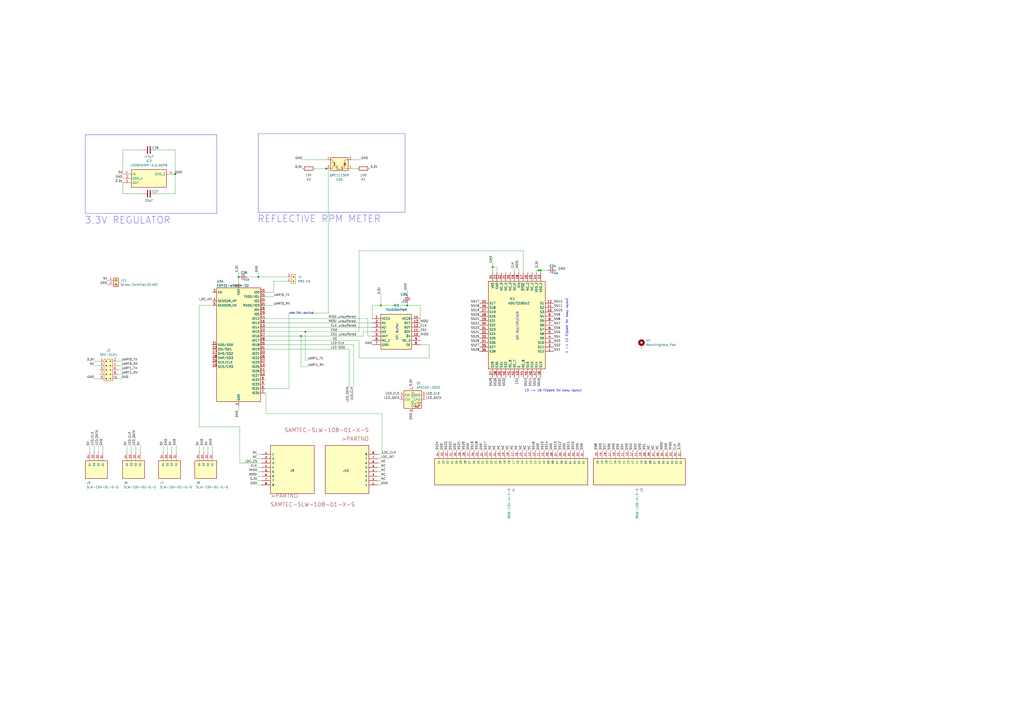
<source format=kicad_sch>
(kicad_sch (version 20230121) (generator eeschema)
  (paper "A2")
  (title_block (title "Rotor Platine") (date "2023-07-15"))
  (lib_symbols
    (symbol "ADG731BSUZ:ADG731BSUZ"
      (property "Reference" "IC" (at 39.37 15.24 0))
      (property "Value" "ADG731BSUZ" (at 39.37 12.7 0))
      (symbol "ADG731BSUZ_1_1"
        (rectangle (start 5.08 10.16) (end 38.1 -40.64) (stroke (width 0.254)) (fill (type background)))
        (pin passive line (at 0 0 0) (length 5.08) (name "S12") (number "1"))
        (pin passive line (at 0 -22.86 0) (length 5.08) (name "S3") (number "10"))
        (pin passive line (at 0 -25.4 0) (length 5.08) (name "S2") (number "11"))
        (pin passive line (at 0 -27.94 0) (length 5.08) (name "S1") (number "12"))
        (pin passive line (at 7.62 -45.72 90) (length 5.08) (name "VDD_1") (number "13"))
        (pin passive line (at 10.16 -45.72 90) (length 5.08) (name "VDD_2") (number "14"))
        (pin passive line (at 12.7 -45.72 90) (length 5.08) (name "NC_1") (number "15"))
        (pin passive line (at 15.24 -45.72 90) (length 5.08) (name "NC_2") (number "16"))
        (pin passive line (at 17.78 -45.72 90) (length 5.08) (name "~{SYNC}") (number "17"))
        (pin passive line (at 20.32 -45.72 90) (length 5.08) (name "DIN") (number "18"))
        (pin passive line (at 22.86 -45.72 90) (length 5.08) (name "SCLK") (number "19"))
        (pin passive line (at 0 -2.54 0) (length 5.08) (name "S11") (number "2"))
        (pin passive line (at 25.4 -45.72 90) (length 5.08) (name "NC_3") (number "20"))
        (pin passive line (at 27.94 -45.72 90) (length 5.08) (name "NC_4") (number "21"))
        (pin passive line (at 30.48 -45.72 90) (length 5.08) (name "NC_5") (number "22"))
        (pin passive line (at 33.02 -45.72 90) (length 5.08) (name "GND") (number "23"))
        (pin passive line (at 35.56 -45.72 90) (length 5.08) (name "VSS") (number "24"))
        (pin passive line (at 43.18 -27.94 180) (length 5.08) (name "S17") (number "25"))
        (pin passive line (at 43.18 -25.4 180) (length 5.08) (name "S18") (number "26"))
        (pin passive line (at 43.18 -22.86 180) (length 5.08) (name "S19") (number "27"))
        (pin passive line (at 43.18 -20.32 180) (length 5.08) (name "S20") (number "28"))
        (pin passive line (at 43.18 -17.78 180) (length 5.08) (name "S21") (number "29"))
        (pin passive line (at 0 -5.08 0) (length 5.08) (name "S10") (number "3"))
        (pin passive line (at 43.18 -15.24 180) (length 5.08) (name "S22") (number "30"))
        (pin passive line (at 43.18 -12.7 180) (length 5.08) (name "S23") (number "31"))
        (pin passive line (at 43.18 -10.16 180) (length 5.08) (name "S24") (number "32"))
        (pin passive line (at 43.18 -7.62 180) (length 5.08) (name "S25") (number "33"))
        (pin passive line (at 43.18 -5.08 180) (length 5.08) (name "S26") (number "34"))
        (pin passive line (at 43.18 -2.54 180) (length 5.08) (name "S27") (number "35"))
        (pin passive line (at 43.18 0 180) (length 5.08) (name "S28") (number "36"))
        (pin passive line (at 35.56 15.24 270) (length 5.08) (name "S29") (number "37"))
        (pin passive line (at 33.02 15.24 270) (length 5.08) (name "S30") (number "38"))
        (pin passive line (at 30.48 15.24 270) (length 5.08) (name "S31") (number "39"))
        (pin passive line (at 0 -7.62 0) (length 5.08) (name "S9") (number "4"))
        (pin passive line (at 27.94 15.24 270) (length 5.08) (name "S32") (number "40"))
        (pin passive line (at 25.4 15.24 270) (length 5.08) (name "NC_6") (number "41"))
        (pin passive line (at 22.86 15.24 270) (length 5.08) (name "NC_7") (number "42"))
        (pin passive line (at 20.32 15.24 270) (length 5.08) (name "D") (number "43"))
        (pin passive line (at 17.78 15.24 270) (length 5.08) (name "NC_8") (number "44"))
        (pin passive line (at 15.24 15.24 270) (length 5.08) (name "S16") (number "45"))
        (pin passive line (at 12.7 15.24 270) (length 5.08) (name "S15") (number "46"))
        (pin passive line (at 10.16 15.24 270) (length 5.08) (name "S14") (number "47"))
        (pin passive line (at 7.62 15.24 270) (length 5.08) (name "S13") (number "48"))
        (pin passive line (at 0 -10.16 0) (length 5.08) (name "S8") (number "5"))
        (pin passive line (at 0 -12.7 0) (length 5.08) (name "S7") (number "6"))
        (pin passive line (at 0 -15.24 0) (length 5.08) (name "S6") (number "7"))
        (pin passive line (at 0 -17.78 0) (length 5.08) (name "S5") (number "8"))
        (pin passive line (at 0 -20.32 0) (length 5.08) (name "S4") (number "9"))
      )
    )
    (symbol "BSW-120-X-X-S:BSW-120-X-X-S" (pin_names (offset 1.016))
      (property "Reference" "J" (at -8.12 27.94 0))
      (property "Value" "BSW-120-X-X-S" (at -7.62 -27.94 0))
      (symbol "BSW-120-X-X-S_0_0"
        (rectangle (start -7.62 -25.4) (end 7.62 27.94) (stroke (width 0.254)) (fill (type background)))
        (pin passive line (at -12.7 25.4 0) (length 5.08) (name "01") (number "01"))
        (pin passive line (at -12.7 22.86 0) (length 5.08) (name "02") (number "02"))
        (pin passive line (at -12.7 20.32 0) (length 5.08) (name "03") (number "03"))
        (pin passive line (at -12.7 17.78 0) (length 5.08) (name "04") (number "04"))
        (pin passive line (at -12.7 15.24 0) (length 5.08) (name "05") (number "05"))
        (pin passive line (at -12.7 12.7 0) (length 5.08) (name "06") (number "06"))
        (pin passive line (at -12.7 10.16 0) (length 5.08) (name "07") (number "07"))
        (pin passive line (at -12.7 7.62 0) (length 5.08) (name "08") (number "08"))
        (pin passive line (at -12.7 5.08 0) (length 5.08) (name "09") (number "09"))
        (pin passive line (at -12.7 2.54 0) (length 5.08) (name "10") (number "10"))
        (pin passive line (at -12.7 0 0) (length 5.08) (name "11") (number "11"))
        (pin passive line (at -12.7 -2.54 0) (length 5.08) (name "12") (number "12"))
        (pin passive line (at -12.7 -5.08 0) (length 5.08) (name "13") (number "13"))
        (pin passive line (at -12.7 -7.62 0) (length 5.08) (name "14") (number "14"))
        (pin passive line (at -12.7 -10.16 0) (length 5.08) (name "15") (number "15"))
        (pin passive line (at -12.7 -12.7 0) (length 5.08) (name "16") (number "16"))
        (pin passive line (at -12.7 -15.24 0) (length 5.08) (name "17") (number "17"))
        (pin passive line (at -12.7 -17.78 0) (length 5.08) (name "18") (number "18"))
        (pin passive line (at -12.7 -20.32 0) (length 5.08) (name "19") (number "19"))
        (pin passive line (at -12.7 -22.86 0) (length 5.08) (name "20") (number "20"))
      )
    )
    (symbol "BSW-134-X-X-S:BSW-134-X-X-S" (pin_names (offset 1.016))
      (property "Reference" "J" (at -8.12 45.72 0))
      (property "Value" "BSW-134-X-X-S" (at -7.62 -45.72 0))
      (symbol "BSW-134-X-X-S_0_0"
        (rectangle (start -7.62 -43.18) (end 7.62 45.72) (stroke (width 0.254)) (fill (type background)))
        (pin passive line (at -12.7 43.18 0) (length 5.08) (name "01") (number "01"))
        (pin passive line (at -12.7 40.64 0) (length 5.08) (name "02") (number "02"))
        (pin passive line (at -12.7 38.1 0) (length 5.08) (name "03") (number "03"))
        (pin passive line (at -12.7 35.56 0) (length 5.08) (name "04") (number "04"))
        (pin passive line (at -12.7 33.02 0) (length 5.08) (name "05") (number "05"))
        (pin passive line (at -12.7 30.48 0) (length 5.08) (name "06") (number "06"))
        (pin passive line (at -12.7 27.94 0) (length 5.08) (name "07") (number "07"))
        (pin passive line (at -12.7 25.4 0) (length 5.08) (name "08") (number "08"))
        (pin passive line (at -12.7 22.86 0) (length 5.08) (name "09") (number "09"))
        (pin passive line (at -12.7 20.32 0) (length 5.08) (name "10") (number "10"))
        (pin passive line (at -12.7 17.78 0) (length 5.08) (name "11") (number "11"))
        (pin passive line (at -12.7 15.24 0) (length 5.08) (name "12") (number "12"))
        (pin passive line (at -12.7 12.7 0) (length 5.08) (name "13") (number "13"))
        (pin passive line (at -12.7 10.16 0) (length 5.08) (name "14") (number "14"))
        (pin passive line (at -12.7 7.62 0) (length 5.08) (name "15") (number "15"))
        (pin passive line (at -12.7 5.08 0) (length 5.08) (name "16") (number "16"))
        (pin passive line (at -12.7 2.54 0) (length 5.08) (name "17") (number "17"))
        (pin passive line (at -12.7 0 0) (length 5.08) (name "18") (number "18"))
        (pin passive line (at -12.7 -2.54 0) (length 5.08) (name "19") (number "19"))
        (pin passive line (at -12.7 -5.08 0) (length 5.08) (name "20") (number "20"))
        (pin passive line (at -12.7 -7.62 0) (length 5.08) (name "21") (number "21"))
        (pin passive line (at -12.7 -10.16 0) (length 5.08) (name "22") (number "22"))
        (pin passive line (at -12.7 -12.7 0) (length 5.08) (name "23") (number "23"))
        (pin passive line (at -12.7 -15.24 0) (length 5.08) (name "24") (number "24"))
        (pin passive line (at -12.7 -17.78 0) (length 5.08) (name "25") (number "25"))
        (pin passive line (at -12.7 -20.32 0) (length 5.08) (name "26") (number "26"))
        (pin passive line (at -12.7 -22.86 0) (length 5.08) (name "27") (number "27"))
        (pin passive line (at -12.7 -25.4 0) (length 5.08) (name "28") (number "28"))
        (pin passive line (at -12.7 -27.94 0) (length 5.08) (name "29") (number "29"))
        (pin passive line (at -12.7 -30.48 0) (length 5.08) (name "30") (number "30"))
        (pin passive line (at -12.7 -33.02 0) (length 5.08) (name "31") (number "31"))
        (pin passive line (at -12.7 -35.56 0) (length 5.08) (name "32") (number "32"))
        (pin passive line (at -12.7 -38.1 0) (length 5.08) (name "33") (number "33"))
        (pin passive line (at -12.7 -40.64 0) (length 5.08) (name "34") (number "34"))
      )
    )
    (symbol "ConnectorZZ:Screw_Terminal_01x02" (pin_names (offset 1.016) hide)
      (property "Reference" "J" (at 0 2.54 0))
      (property "Value" "Screw_Terminal_01x02" (at 0 -5.08 0))
      (symbol "Screw_Terminal_01x02_1_1"
        (rectangle (start -1.27 1.27) (end 1.27 -3.81) (stroke (width 0.254)) (fill (type background)))
        (circle (center 0 -2.54) (radius 0.635) (stroke (width 0.1524)))
        (polyline (pts (xy -0.5334 -2.2098) (xy 0.3302 -3.048)) (stroke (width 0.1524)))
        (polyline (pts (xy -0.5334 0.3302) (xy 0.3302 -0.508)) (stroke (width 0.1524)))
        (polyline (pts (xy -0.3556 -2.032) (xy 0.508 -2.8702)) (stroke (width 0.1524)))
        (polyline (pts (xy -0.3556 0.508) (xy 0.508 -0.3302)) (stroke (width 0.1524)))
        (circle (center 0 0) (radius 0.635) (stroke (width 0.1524)))
        (pin passive line (at -5.08 0 0) (length 3.81) (name "Pin_1") (number "1"))
        (pin passive line (at -5.08 -2.54 0) (length 3.81) (name "Pin_2") (number "2"))
      )
    )
    (symbol "Device:C" (pin_numbers hide) (pin_names (offset 0.254))
      (property "Reference" "C" (at 0.635 2.54 0))
      (property "Value" "C" (at 0.635 -2.54 0))
      (symbol "C_0_1"
        (polyline (pts (xy -2.032 -0.762) (xy 2.032 -0.762)) (stroke (width 0.508)))
        (polyline (pts (xy -2.032 0.762) (xy 2.032 0.762)) (stroke (width 0.508)))
      )
      (symbol "C_1_1"
        (pin passive line (at 0 3.81 270) (length 2.794) (name "~") (number "1"))
        (pin passive line (at 0 -3.81 90) (length 2.794) (name "~") (number "2"))
      )
    )
    (symbol "Device:C_Small" (pin_numbers hide) (pin_names (offset 0.254) hide)
      (property "Reference" "C" (at 0.254 1.778 0))
      (property "Value" "C_Small" (at 0.254 -2.032 0))
      (symbol "C_Small_0_1"
        (polyline (pts (xy -1.524 -0.508) (xy 1.524 -0.508)) (stroke (width 0.3302)))
        (polyline (pts (xy -1.524 0.508) (xy 1.524 0.508)) (stroke (width 0.3048)))
      )
      (symbol "C_Small_1_1"
        (pin passive line (at 0 2.54 270) (length 2.032) (name "~") (number "1"))
        (pin passive line (at 0 -2.54 90) (length 2.032) (name "~") (number "2"))
      )
    )
    (symbol "Device:R" (pin_numbers hide) (pin_names (offset 0))
      (property "Reference" "R" (at 2.032 0 90))
      (property "Value" "R" (at 0 0 90))
      (symbol "R_0_1"
        (rectangle (start -1.016 -2.54) (end 1.016 2.54) (stroke (width 0.254)))
      )
      (symbol "R_1_1"
        (pin passive line (at 0 3.81 270) (length 1.27) (name "~") (number "1"))
        (pin passive line (at 0 -3.81 90) (length 1.27) (name "~") (number "2"))
      )
    )
    (symbol "LED:APA102-2020"
      (property "Reference" "D" (at 5.08 5.715 0))
      (property "Value" "APA102-2020" (at 1.27 -5.715 0))
      (symbol "APA102-2020_0_0"
        (text "RGB" (at 2.286 -4.191 0) (effects (font (size 0.762 0.762))))
      )
      (symbol "APA102-2020_0_1"
        (polyline (pts (xy 1.27 -3.556) (xy 1.778 -3.556)))
        (polyline (pts (xy 1.27 -2.54) (xy 1.778 -2.54)))
        (polyline (pts (xy 4.699 -3.556) (xy 2.667 -3.556)))
        (polyline (pts (xy 2.286 -2.54) (xy 1.27 -3.556) (xy 1.27 -3.048)))
        (polyline (pts (xy 2.286 -1.524) (xy 1.27 -2.54) (xy 1.27 -2.032)))
        (polyline (pts (xy 3.683 -1.016) (xy 3.683 -3.556) (xy 3.683 -4.064)))
        (polyline (pts (xy 4.699 -1.524) (xy 2.667 -1.524) (xy 3.683 -3.556) (xy 4.699 -1.524)))
        (rectangle (start 5.08 5.08) (end -5.08 -5.08) (stroke (width 0.254)) (fill (type background)))
      )
      (symbol "APA102-2020_1_1"
        (pin power_in line (at 0 7.62 270) (length 2.54) (name "VDD") (number "1"))
        (pin output line (at 7.62 0 180) (length 2.54) (name "CKO") (number "2"))
        (pin output line (at 7.62 2.54 180) (length 2.54) (name "SDO") (number "3"))
        (pin input line (at -7.62 2.54 0) (length 2.54) (name "SDI") (number "4"))
        (pin input line (at -7.62 0 0) (length 2.54) (name "CKI") (number "5"))
        (pin power_in line (at 0 -7.62 90) (length 2.54) (name "GND") (number "6"))
      )
    )
    (symbol "LM3940IMP-3_3_NOPB:LM3940IMP-3.3_NOPB"
      (property "Reference" "IC" (at 26.67 7.62 0))
      (property "Value" "LM3940IMP-3.3_NOPB" (at 26.67 5.08 0))
      (symbol "LM3940IMP-3.3_NOPB_1_1"
        (rectangle (start 5.08 2.54) (end 25.4 -7.62) (stroke (width 0.254)) (fill (type background)))
        (pin passive line (at 0 0 0) (length 5.08) (name "IN") (number "1"))
        (pin passive line (at 0 -2.54 0) (length 5.08) (name "GND_1") (number "2"))
        (pin passive line (at 0 -5.08 0) (length 5.08) (name "OUT") (number "3"))
        (pin passive line (at 30.48 0 180) (length 5.08) (name "GND_2") (number "4"))
      )
    )
    (symbol "Mechanical:MountingHole_Pad" (pin_numbers hide) (pin_names (offset 1.016) hide)
      (property "Reference" "H" (at 0 6.35 0))
      (property "Value" "MountingHole_Pad" (at 0 4.445 0))
      (symbol "MountingHole_Pad_0_1"
        (circle (center 0 1.27) (radius 1.27) (stroke (width 1.27)))
      )
      (symbol "MountingHole_Pad_1_1"
        (pin input line (at 0 -2.54 90) (length 2.54) (name "1") (number "1"))
      )
    )
    (symbol "RF_Module:ESP32-WROOM-32"
      (property "Reference" "U" (at -12.7 34.29 0))
      (property "Value" "ESP32-WROOM-32" (at 1.27 34.29 0))
      (symbol "ESP32-WROOM-32_0_1"
        (rectangle (start -12.7 33.02) (end 12.7 -33.02) (stroke (width 0.254)) (fill (type background)))
      )
      (symbol "ESP32-WROOM-32_1_1"
        (pin power_in line (at 0 -35.56 90) (length 2.54) (name "GND") (number "1"))
        (pin bidirectional line (at 15.24 -12.7 180) (length 2.54) (name "IO25") (number "10"))
        (pin bidirectional line (at 15.24 -15.24 180) (length 2.54) (name "IO26") (number "11"))
        (pin bidirectional line (at 15.24 -17.78 180) (length 2.54) (name "IO27") (number "12"))
        (pin bidirectional line (at 15.24 10.16 180) (length 2.54) (name "IO14") (number "13"))
        (pin bidirectional line (at 15.24 15.24 180) (length 2.54) (name "IO12") (number "14"))
        (pin passive line (at 0 -35.56 90) (length 2.54) hide (name "GND") (number "15"))
        (pin bidirectional line (at 15.24 12.7 180) (length 2.54) (name "IO13") (number "16"))
        (pin bidirectional line (at -15.24 -5.08 0) (length 2.54) (name "SHD/SD2") (number "17"))
        (pin bidirectional line (at -15.24 -7.62 0) (length 2.54) (name "SWP/SD3") (number "18"))
        (pin bidirectional line (at -15.24 -12.7 0) (length 2.54) (name "SCS/CMD") (number "19"))
        (pin power_in line (at 0 35.56 270) (length 2.54) (name "VDD") (number "2"))
        (pin bidirectional line (at -15.24 -10.16 0) (length 2.54) (name "SCK/CLK") (number "20"))
        (pin bidirectional line (at -15.24 0 0) (length 2.54) (name "SDO/SD0") (number "21"))
        (pin bidirectional line (at -15.24 -2.54 0) (length 2.54) (name "SDI/SD1") (number "22"))
        (pin bidirectional line (at 15.24 7.62 180) (length 2.54) (name "IO15") (number "23"))
        (pin bidirectional line (at 15.24 25.4 180) (length 2.54) (name "IO2") (number "24"))
        (pin bidirectional line (at 15.24 30.48 180) (length 2.54) (name "IO0") (number "25"))
        (pin bidirectional line (at 15.24 20.32 180) (length 2.54) (name "IO4") (number "26"))
        (pin bidirectional line (at 15.24 5.08 180) (length 2.54) (name "IO16") (number "27"))
        (pin bidirectional line (at 15.24 2.54 180) (length 2.54) (name "IO17") (number "28"))
        (pin bidirectional line (at 15.24 17.78 180) (length 2.54) (name "IO5") (number "29"))
        (pin input line (at -15.24 30.48 0) (length 2.54) (name "EN") (number "3"))
        (pin bidirectional line (at 15.24 0 180) (length 2.54) (name "IO18") (number "30"))
        (pin bidirectional line (at 15.24 -2.54 180) (length 2.54) (name "IO19") (number "31"))
        (pin no_connect line (at -12.7 -27.94 0) (length 2.54) hide (name "NC") (number "32"))
        (pin bidirectional line (at 15.24 -5.08 180) (length 2.54) (name "IO21") (number "33"))
        (pin bidirectional line (at 15.24 22.86 180) (length 2.54) (name "RXD0/IO3") (number "34"))
        (pin bidirectional line (at 15.24 27.94 180) (length 2.54) (name "TXD0/IO1") (number "35"))
        (pin bidirectional line (at 15.24 -7.62 180) (length 2.54) (name "IO22") (number "36"))
        (pin bidirectional line (at 15.24 -10.16 180) (length 2.54) (name "IO23") (number "37"))
        (pin passive line (at 0 -35.56 90) (length 2.54) hide (name "GND") (number "38"))
        (pin passive line (at 0 -35.56 90) (length 2.54) hide (name "GND") (number "39"))
        (pin input line (at -15.24 25.4 0) (length 2.54) (name "SENSOR_VP") (number "4"))
        (pin input line (at -15.24 22.86 0) (length 2.54) (name "SENSOR_VN") (number "5"))
        (pin input line (at 15.24 -25.4 180) (length 2.54) (name "IO34") (number "6"))
        (pin input line (at 15.24 -27.94 180) (length 2.54) (name "IO35") (number "7"))
        (pin bidirectional line (at 15.24 -20.32 180) (length 2.54) (name "IO32") (number "8"))
        (pin bidirectional line (at 15.24 -22.86 180) (length 2.54) (name "IO33") (number "9"))
      )
    )
    (symbol "SAMTEC-SLW-108-01-X-S:SAMTEC-SLW-108-01-X-S" (pin_names (offset 1.016))
      (property "Reference" "J" (at 0 5.08 0))
      (property "Value" "SAMTEC-SLW-108-01-X-S" (at 0 -27.94 0))
      (symbol "SAMTEC-SLW-108-01-X-S_0_0"
        (rectangle (start 0 -22.86) (end 25.4 5.08) (stroke (width 0.254)) (fill (type background)))
        (text ">PARTNO" (at 0 -25.4 0) (effects (font (size 2.286 2.286)) (justify left bottom)))
        (text "SAMTEC-SLW-108-01-X-S" (at 0 -30.48 0) (effects (font (size 2.286 2.286)) (justify left bottom)))
        (pin bidirectional line (at -5.08 0 0) (length 5.08) (name "1") (number "1"))
        (pin bidirectional line (at -5.08 -2.54 0) (length 5.08) (name "2") (number "2"))
        (pin bidirectional line (at -5.08 -5.08 0) (length 5.08) (name "3") (number "3"))
        (pin bidirectional line (at -5.08 -7.62 0) (length 5.08) (name "4") (number "4"))
        (pin bidirectional line (at -5.08 -10.16 0) (length 5.08) (name "5") (number "5"))
        (pin bidirectional line (at -5.08 -12.7 0) (length 5.08) (name "6") (number "6"))
        (pin bidirectional line (at -5.08 -15.24 0) (length 5.08) (name "7") (number "7"))
        (pin bidirectional line (at -5.08 -17.78 0) (length 5.08) (name "8") (number "8"))
      )
    )
    (symbol "SLW-104-01-G-S:SLW-104-01-G-S" (pin_names (offset 1.016))
      (property "Reference" "J" (at -5.08 5.842 0))
      (property "Value" "SLW-104-01-G-S" (at -5.08 -10.16 0))
      (symbol "SLW-104-01-G-S_0_0"
        (rectangle (start -5.08 -7.62) (end 5.08 5.08) (stroke (width 0.254)) (fill (type background)))
        (pin passive line (at -10.16 2.54 0) (length 5.08) (name "01") (number "01"))
        (pin passive line (at -10.16 0 0) (length 5.08) (name "02") (number "02"))
        (pin passive line (at -10.16 -2.54 0) (length 5.08) (name "03") (number "03"))
        (pin passive line (at -10.16 -5.08 0) (length 5.08) (name "04") (number "04"))
      )
    )
    (symbol "Sensor_Proximity:QRE1113GR" (pin_names (offset 0.0254) hide)
      (property "Reference" "U" (at -3.81 5.08 0))
      (property "Value" "QRE1113GR" (at 11.43 5.08 0))
      (symbol "QRE1113GR_0_1"
        (polyline (pts (xy -3.81 -0.635) (xy -2.54 -0.635)) (stroke (width 0.254)))
        (polyline (pts (xy -2.286 2.921) (xy -2.032 3.175)))
        (polyline (pts (xy -1.778 2.921) (xy -1.524 3.175)))
        (polyline (pts (xy -1.524 2.667) (xy -1.651 2.159)))
        (polyline (pts (xy -1.27 2.921) (xy -1.016 3.175)))
        (polyline (pts (xy -1.143 1.905) (xy -1.27 1.397)))
        (polyline (pts (xy -0.762 2.921) (xy -0.508 3.175)))
        (polyline (pts (xy -0.254 2.921) (xy 0 3.175)))
        (polyline (pts (xy 0.254 2.921) (xy 0.508 3.175)))
        (polyline (pts (xy 0.762 2.921) (xy 1.016 3.175)))
        (polyline (pts (xy 1.27 2.921) (xy 1.524 3.175)))
        (polyline (pts (xy 1.651 0.889) (xy 1.143 1.016)))
        (polyline (pts (xy 1.778 2.921) (xy -2.413 2.921)))
        (polyline (pts (xy 2.032 1.651) (xy 1.524 1.778)))
        (polyline (pts (xy 2.667 -0.127) (xy 3.81 -1.27)))
        (polyline (pts (xy 2.667 0.127) (xy 3.81 1.27)))
        (polyline (pts (xy -2.54 1.651) (xy -1.524 2.667) (xy -2.032 2.54)))
        (polyline (pts (xy -2.159 0.889) (xy -1.143 1.905) (xy -1.651 1.778)))
        (polyline (pts (xy 0.635 1.905) (xy 1.651 0.889) (xy 1.524 1.397)))
        (polyline (pts (xy 1.016 2.667) (xy 2.032 1.651) (xy 1.905 2.159)))
        (polyline (pts (xy 2.667 1.016) (xy 2.667 -1.016) (xy 2.667 -1.016)) (stroke (width 0.3556)))
        (polyline (pts (xy 3.81 -1.27) (xy 3.81 -2.54) (xy 5.08 -2.54)))
        (polyline (pts (xy 3.81 1.27) (xy 3.81 2.54) (xy 5.08 2.54)))
        (polyline (pts (xy -5.08 -2.54) (xy -3.175 -2.54) (xy -3.175 2.54) (xy -5.08 2.54)))
        (polyline (pts (xy -3.175 -0.635) (xy -3.81 0.635) (xy -2.54 0.635) (xy -3.175 -0.635)) (stroke (width 0.254)))
        (polyline (pts (xy 3.683 -1.143) (xy 3.429 -0.635) (xy 3.175 -0.889) (xy 3.683 -1.143)))
        (polyline (pts (xy -5.08 -3.81) (xy 5.08 -3.81) (xy 5.08 3.81) (xy -5.08 3.81) (xy -5.08 -3.81)) (stroke (width 0.254)) (fill (type background)))
      )
      (symbol "QRE1113GR_1_1"
        (pin passive line (at -7.62 2.54 0) (length 2.54) (name "A") (number "1"))
        (pin passive line (at -7.62 -2.54 0) (length 2.54) (name "K") (number "2"))
        (pin open_collector line (at 7.62 2.54 180) (length 2.54) (name "~") (number "3"))
        (pin open_emitter line (at 7.62 -2.54 180) (length 2.54) (name "~") (number "4"))
      )
    )
    (symbol "TXU0304PWR:TXU0304PWR"
      (property "Reference" "IC" (at 24.13 7.62 0))
      (property "Value" "TXU0304PWR" (at 24.13 5.08 0))
      (symbol "TXU0304PWR_1_1"
        (rectangle (start 5.08 2.54) (end 22.86 -17.78) (stroke (width 0.254)) (fill (type background)))
        (pin passive line (at 0 0 0) (length 5.08) (name "VCCA") (number "1"))
        (pin passive line (at 27.94 -10.16 180) (length 5.08) (name "B4") (number "10"))
        (pin passive line (at 27.94 -7.62 180) (length 5.08) (name "B3Y") (number "11"))
        (pin passive line (at 27.94 -5.08 180) (length 5.08) (name "B2Y") (number "12"))
        (pin passive line (at 27.94 -2.54 180) (length 5.08) (name "B1Y") (number "13"))
        (pin passive line (at 27.94 0 180) (length 5.08) (name "VCCB") (number "14"))
        (pin passive line (at 0 -2.54 0) (length 5.08) (name "A1") (number "2"))
        (pin passive line (at 0 -5.08 0) (length 5.08) (name "A2") (number "3"))
        (pin passive line (at 0 -7.62 0) (length 5.08) (name "A3") (number "4"))
        (pin passive line (at 0 -10.16 0) (length 5.08) (name "A4Y") (number "5"))
        (pin passive line (at 0 -12.7 0) (length 5.08) (name "NC_1") (number "6"))
        (pin passive line (at 0 -15.24 0) (length 5.08) (name "GND") (number "7"))
        (pin passive line (at 27.94 -15.24 180) (length 5.08) (name "OE") (number "8"))
        (pin passive line (at 27.94 -12.7 180) (length 5.08) (name "NC_2") (number "9"))
      )
    )
    (symbol "dk_Rectangular-Connectors-Headers-Male-Pins:22-23-2021" (pin_names (offset 1.016))
      (property "Reference" "J" (at -2.54 1.27 0))
      (property "Value" "22-23-2021" (at 1.27 -3.81 0))
      (symbol "22-23-2021_1_1"
        (rectangle (start -1.27 0) (end 3.81 -2.54) (fill (type background)))
        (rectangle (start -0.254 -1.143) (end 0.254 -1.651) (fill (type outline)))
        (rectangle (start 2.286 -1.143) (end 2.794 -1.651) (fill (type outline)))
        (pin passive line (at 0 2.54 270) (length 2.54) (name "~") (number "1"))
        (pin passive line (at 2.54 2.54 270) (length 2.54) (name "~") (number "2"))
      )
    )
    (symbol "dk_Rectangular-Connectors-Headers-Male-Pins:302-S101" (pin_names (offset 1.016))
      (property "Reference" "J" (at -2.54 7.62 0))
      (property "Value" "302-S101" (at 0 -7.62 0))
      (symbol "302-S101_1_1"
        (rectangle (start -2.54 6.35) (end 2.54 -6.35) (fill (type background)))
        (rectangle (start -1.524 -4.826) (end -1.016 -5.334) (fill (type outline)))
        (rectangle (start -1.524 -2.286) (end -1.016 -2.794) (fill (type outline)))
        (rectangle (start -1.524 0.254) (end -1.016 -0.254) (fill (type outline)))
        (rectangle (start -1.524 2.794) (end -1.016 2.286) (fill (type outline)))
        (rectangle (start -1.524 5.334) (end -1.016 4.826) (fill (type outline)))
        (rectangle (start 1.016 -4.826) (end 1.524 -5.334) (fill (type outline)))
        (rectangle (start 1.016 -2.286) (end 1.524 -2.794) (fill (type outline)))
        (rectangle (start 1.016 0.254) (end 1.524 -0.254) (fill (type outline)))
        (rectangle (start 1.016 2.794) (end 1.524 2.286) (fill (type outline)))
        (rectangle (start 1.016 5.334) (end 1.524 4.826) (fill (type outline)))
        (pin passive line (at -5.08 5.08 0) (length 2.54) (name "~") (number "1"))
        (pin passive line (at 5.08 -5.08 180) (length 2.54) (name "~") (number "10"))
        (pin passive line (at 5.08 5.08 180) (length 2.54) (name "~") (number "2"))
        (pin passive line (at -5.08 2.54 0) (length 2.54) (name "~") (number "3"))
        (pin passive line (at 5.08 2.54 180) (length 2.54) (name "~") (number "4"))
        (pin passive line (at -5.08 0 0) (length 2.54) (name "~") (number "5"))
        (pin passive line (at 5.08 0 180) (length 2.54) (name "~") (number "6"))
        (pin passive line (at -5.08 -2.54 0) (length 2.54) (name "~") (number "7"))
        (pin passive line (at 5.08 -2.54 180) (length 2.54) (name "~") (number "8"))
        (pin passive line (at -5.08 -5.08 0) (length 2.54) (name "~") (number "9"))
      )
    )
  )
  (junction (at 220.98 177.165))
  (junction (at 174.625 194.945))
  (junction (at 236.22 177.165))
  (junction (at 138.43 160.655))
  (junction (at 189.23 97.79))
  (junction (at 149.86 160.655))
  (junction (at 312.42 156.845))
  (junction (at 177.165 192.405))
  (junction (at 313.69 156.845))
  (junction (at 285.75 154.94))
  (junction (at 101.6 100.965))
  (wire (pts (xy 210.82 192.405) (xy 215.9 192.405)))
  (wire (pts (xy 149.225 281.305) (xy 151.765 281.305)))
  (wire (pts (xy 143.51 160.655) (xy 149.86 160.655)))
  (wire (pts (xy 243.84 200.025) (xy 248.92 200.025)))
  (wire (pts (xy 208.28 207.645) (xy 208.28 197.485)))
  (wire (pts (xy 67.945 214.63) (xy 70.485 214.63)))
  (wire (pts (xy 177.165 192.405) (xy 208.28 192.405)))
  (wire (pts (xy 210.82 194.945) (xy 210.82 192.405)))
  (wire (pts (xy 149.225 278.765) (xy 151.765 278.765)))
  (wire (pts (xy 221.615 263.525) (xy 219.075 263.525)))
  (wire (pts (xy 67.945 212.09) (xy 70.485 212.09)))
  (wire (pts (xy 99.695 258.445) (xy 99.695 262.255)))
  (wire (pts (xy 94.615 258.445) (xy 94.615 262.255)))
  (wire (pts (xy 153.67 187.325) (xy 215.9 187.325)))
  (wire (pts (xy 215.9 194.945) (xy 213.36 194.945)))
  (wire (pts (xy 323.85 156.845) (xy 322.58 156.845)))
  (wire (pts (xy 115.57 258.445) (xy 115.57 262.255)))
  (wire (pts (xy 220.98 271.145) (xy 219.075 271.145)))
  (wire (pts (xy 76.2 258.445) (xy 76.2 262.255)))
  (wire (pts (xy 248.92 207.645) (xy 208.28 207.645)))
  (wire (pts (xy 54.61 219.71) (xy 57.785 219.71)))
  (wire (pts (xy 313.69 156.845) (xy 313.69 158.115)))
  (wire (pts (xy 153.67 200.025) (xy 205.105 200.025)))
  (wire (pts (xy 138.43 160.655) (xy 138.43 164.465)))
  (wire (pts (xy 220.98 268.605) (xy 219.075 268.605)))
  (wire (pts (xy 78.74 258.445) (xy 78.74 262.255)))
  (wire (pts (xy 101.6 86.995) (xy 101.6 100.965)))
  (wire (pts (xy 149.225 266.065) (xy 151.765 266.065)))
  (wire (pts (xy 54.61 258.445) (xy 54.61 262.255)))
  (wire (pts (xy 158.75 169.545) (xy 153.67 169.545)))
  (wire (pts (xy 71.12 112.395) (xy 82.55 112.395)))
  (wire (pts (xy 153.67 202.565) (xy 202.565 202.565)))
  (wire (pts (xy 138.43 235.585) (xy 138.43 238.125)))
  (wire (pts (xy 90.17 112.395) (xy 101.6 112.395)))
  (wire (pts (xy 311.15 156.845) (xy 311.15 158.115)))
  (wire (pts (xy 303.53 145.415) (xy 303.53 158.115)))
  (wire (pts (xy 220.98 266.065) (xy 219.075 266.065)))
  (wire (pts (xy 149.225 273.685) (xy 151.765 273.685)))
  (wire (pts (xy 149.86 160.655) (xy 166.37 160.655)))
  (wire (pts (xy 73.66 258.445) (xy 73.66 262.255)))
  (wire (pts (xy 167.64 181.61) (xy 190.5 181.61)))
  (wire (pts (xy 149.225 271.145) (xy 151.765 271.145)))
  (wire (pts (xy 71.12 100.965) (xy 71.12 86.995)))
  (wire (pts (xy 115.57 177.165) (xy 115.57 247.65)))
  (wire (pts (xy 178.435 212.725) (xy 174.625 212.725)))
  (wire (pts (xy 207.01 97.79) (xy 204.47 97.79)))
  (wire (pts (xy 54.61 212.09) (xy 57.785 212.09)))
  (wire (pts (xy 190.5 97.79) (xy 189.23 97.79)))
  (wire (pts (xy 190.5 97.79) (xy 190.5 181.61)))
  (wire (pts (xy 311.15 156.845) (xy 312.42 156.845)))
  (wire (pts (xy 236.22 168.275) (xy 236.22 170.815)))
  (wire (pts (xy 248.92 200.025) (xy 248.92 207.645)))
  (wire (pts (xy 67.945 217.17) (xy 70.485 217.17)))
  (wire (pts (xy 123.19 177.165) (xy 115.57 177.165)))
  (wire (pts (xy 167.64 181.61) (xy 167.64 225.425)))
  (wire (pts (xy 70.485 219.71) (xy 67.945 219.71)))
  (wire (pts (xy 153.67 172.085) (xy 158.75 172.085)))
  (wire (pts (xy 220.98 177.165) (xy 236.22 177.165)))
  (wire (pts (xy 202.565 224.155) (xy 202.565 202.565)))
  (wire (pts (xy 182.88 97.79) (xy 189.23 97.79)))
  (wire (pts (xy 71.12 86.995) (xy 82.55 86.995)))
  (wire (pts (xy 209.55 92.71) (xy 204.47 92.71)))
  (wire (pts (xy 154.305 227.965) (xy 153.67 227.965)))
  (wire (pts (xy 236.22 177.165) (xy 243.84 177.165)))
  (wire (pts (xy 153.67 177.165) (xy 158.75 177.165)))
  (wire (pts (xy 288.29 154.94) (xy 288.29 158.115)))
  (wire (pts (xy 149.86 158.115) (xy 149.86 160.655)))
  (wire (pts (xy 115.57 247.65) (xy 139.065 247.65)))
  (wire (pts (xy 220.98 273.685) (xy 219.075 273.685)))
  (wire (pts (xy 300.99 155.575) (xy 300.99 158.115)))
  (wire (pts (xy 313.69 156.845) (xy 317.5 156.845)))
  (wire (pts (xy 158.75 163.195) (xy 166.37 163.195)))
  (wire (pts (xy 101.6 112.395) (xy 101.6 100.965)))
  (wire (pts (xy 102.235 258.445) (xy 102.235 262.255)))
  (wire (pts (xy 213.36 194.945) (xy 213.36 184.785)))
  (wire (pts (xy 312.42 155.575) (xy 312.42 156.845)))
  (wire (pts (xy 59.69 258.445) (xy 59.69 262.255)))
  (wire (pts (xy 90.17 86.995) (xy 101.6 86.995)))
  (wire (pts (xy 149.225 276.225) (xy 151.765 276.225)))
  (wire (pts (xy 221.615 240.03) (xy 221.615 263.525)))
  (wire (pts (xy 81.28 258.445) (xy 81.28 262.255)))
  (wire (pts (xy 175.26 92.71) (xy 189.23 92.71)))
  (wire (pts (xy 220.98 278.765) (xy 219.075 278.765)))
  (wire (pts (xy 243.84 184.785) (xy 243.84 177.165)))
  (wire (pts (xy 57.15 258.445) (xy 57.15 262.255)))
  (wire (pts (xy 205.105 200.025) (xy 205.105 224.155)))
  (wire (pts (xy 120.65 258.445) (xy 120.65 262.255)))
  (wire (pts (xy 97.155 258.445) (xy 97.155 262.255)))
  (wire (pts (xy 139.065 247.65) (xy 139.065 268.605)))
  (wire (pts (xy 215.9 177.165) (xy 215.9 184.785)))
  (wire (pts (xy 174.625 194.945) (xy 210.82 194.945)))
  (wire (pts (xy 312.42 156.845) (xy 313.69 156.845)))
  (wire (pts (xy 153.67 184.785) (xy 213.36 184.785)))
  (wire (pts (xy 158.75 163.195) (xy 158.75 169.545)))
  (wire (pts (xy 139.065 268.605) (xy 151.765 268.605)))
  (wire (pts (xy 220.98 170.815) (xy 220.98 177.165)))
  (wire (pts (xy 220.98 281.305) (xy 219.075 281.305)))
  (wire (pts (xy 174.625 212.725) (xy 174.625 194.945)))
  (wire (pts (xy 285.75 154.94) (xy 288.29 154.94)))
  (wire (pts (xy 285.75 152.4) (xy 285.75 154.94)))
  (wire (pts (xy 153.67 225.425) (xy 167.64 225.425)))
  (wire (pts (xy 67.945 209.55) (xy 70.485 209.55)))
  (wire (pts (xy 153.67 192.405) (xy 177.165 192.405)))
  (wire (pts (xy 123.19 258.445) (xy 123.19 262.255)))
  (wire (pts (xy 215.9 177.165) (xy 220.98 177.165)))
  (wire (pts (xy 138.43 158.115) (xy 138.43 160.655)))
  (wire (pts (xy 236.22 177.165) (xy 236.22 175.895)))
  (wire (pts (xy 153.67 197.485) (xy 208.28 197.485)))
  (wire (pts (xy 208.28 192.405) (xy 208.28 145.415)))
  (wire (pts (xy 298.45 155.575) (xy 298.45 158.115)))
  (wire (pts (xy 52.07 258.445) (xy 52.07 262.255)))
  (wire (pts (xy 208.28 145.415) (xy 303.53 145.415)))
  (wire (pts (xy 153.67 189.865) (xy 215.9 189.865)))
  (wire (pts (xy 118.11 258.445) (xy 118.11 262.255)))
  (wire (pts (xy 149.225 263.525) (xy 151.765 263.525)))
  (wire (pts (xy 285.75 154.94) (xy 285.75 158.115)))
  (wire (pts (xy 154.305 240.03) (xy 221.615 240.03)))
  (wire (pts (xy 71.12 106.045) (xy 71.12 112.395)))
  (wire (pts (xy 220.98 276.225) (xy 219.075 276.225)))
  (wire (pts (xy 154.305 240.03) (xy 154.305 227.965)))
  (wire (pts (xy 177.165 208.915) (xy 178.435 208.915)))
  (wire (pts (xy 54.61 209.55) (xy 57.785 209.55)))
  (wire (pts (xy 153.67 194.945) (xy 174.625 194.945)))
  (wire (pts (xy 177.165 208.915) (xy 177.165 192.405)))
  (rectangle (start 149.86 77.47) (end 234.95 123.19))
  (rectangle (start 49.53 78.105) (end 125.73 123.825))
  (text "SPI MULTIPLEXER\n" (at 300.99 197.485 90) (effects (font (size 1.27 1.27)) (justify left bottom)))
  (text "REFLECTIVE RPM METER\n\n" (at 220.98 135.89 0) (effects (font (size 4 4)) (justify right bottom)))
  (text "1 -> 12 flipped for easy layout" (at 329.565 205.105 90) (effects (font (size 1.27 1.27)) (justify left bottom)))
  (text "13 -> 16 flipped for easy layout" (at 304.165 227.33 0) (effects (font (size 1.27 1.27)) (justify left bottom)))
  (text "use int. pullup" (at 167.64 182.245 0) (effects (font (size 1.27 1.27)) (justify left bottom)))
  (text "3,3V REGULATOR\n" (at 99.06 130.175 0) (effects (font (size 4 4)) (justify right bottom)))
  (text "SPI Buffer" (at 231.14 197.485 90) (effects (font (size 1.27 1.27)) (justify left bottom)))
  (label "NC" (at 307.975 260.985 90))
  (label "NC" (at 220.98 271.145 0))
  (label "SS22" (at 262.255 260.985 90))
  (label "LED_CLK" (at 231.775 229.235 180))
  (label "CS1" (at 300.99 219.075 270))
  (label "GND" (at 239.395 239.395 270))
  (label "SS6" (at 321.31 191.135 0))
  (label "3.3V" (at 239.395 224.155 90))
  (label "NC" (at 300.355 260.985 90))
  (label "CLK" (at 243.84 189.865 0))
  (label "UART1_RX" (at 178.435 212.725 0))
  (label "SS9" (at 338.455 260.985 90))
  (label "GND" (at 372.11 260.985 90))
  (label "GND" (at 257.175 260.985 90))
  (label "SS11" (at 321.31 178.435 0))
  (label "GND" (at 220.98 281.305 0))
  (label "3.3V" (at 149.225 278.765 180))
  (label "GND" (at 175.26 92.71 180))
  (label "GND" (at 101.6 100.965 0))
  (label "GND" (at 323.85 156.845 0))
  (label "SS4" (at 321.31 196.215 0))
  (label "NC" (at 149.225 263.525 180))
  (label "LED_DATA" (at 57.15 258.445 90))
  (label "CS0" (at 191.77 192.405 0))
  (label "CLK" (at 392.43 260.985 90))
  (label "3.3V" (at 214.63 97.79 0))
  (label "SS22" (at 278.13 188.595 180))
  (label "NC" (at 290.195 260.985 90))
  (label "NC" (at 382.27 260.985 90))
  (label "NC" (at 377.19 260.985 90))
  (label "GND" (at 215.9 200.025 180))
  (label "SS31" (at 290.83 219.075 270))
  (label "GND" (at 149.225 281.305 180))
  (label "3.3V" (at 71.12 106.045 180))
  (label "NC" (at 220.98 273.685 0))
  (label "SS32" (at 293.37 219.075 270))
  (label "5V" (at 54.61 212.09 180))
  (label "NC" (at 379.73 260.985 90))
  (label "LDC_INT" (at 123.19 174.625 180))
  (label "SS27" (at 278.13 201.295 180))
  (label "GND" (at 320.675 260.985 90))
  (label "LED_DATA" (at 202.565 224.155 270))
  (label "UART1_TX" (at 178.435 208.915 0))
  (label "SS18" (at 277.495 260.985 90))
  (label "MOSI unbuffered" (at 190.5 187.325 0))
  (label "CS1" (at 243.84 192.405 0))
  (label "LED CLK" (at 191.77 200.025 0))
  (label "SS18" (at 278.13 178.435 180))
  (label "OE" (at 193.04 197.485 0))
  (label "SS15" (at 311.15 219.075 270))
  (label "UART0_RX" (at 158.75 177.165 0))
  (label "GND" (at 123.19 258.445 90))
  (label "SS3" (at 367.03 260.985 90))
  (label "GND" (at 328.295 260.985 90))
  (label "UART1_RX" (at 70.485 217.17 0))
  (label "MISO" (at 243.84 194.945 0))
  (label "SS13" (at 323.215 260.985 90))
  (label "SS1" (at 374.65 260.985 90))
  (label "GND" (at 335.915 260.985 90))
  (label "SS8" (at 321.31 186.055 0))
  (label "CLK" (at 298.45 155.575 90))
  (label "GND" (at 138.43 238.125 270))
  (label "LED_DATA" (at 247.015 231.775 0))
  (label "SS21" (at 278.13 186.055 180))
  (label "SS17" (at 278.13 175.895 180))
  (label "MOSI" (at 384.81 260.985 90))
  (label "MISO unbuffered" (at 190.5 184.785 0))
  (label "3.3V" (at 394.97 260.985 90))
  (label "5V" (at 52.07 258.445 90))
  (label "GND" (at 285.75 152.4 90))
  (label "GND" (at 71.12 103.505 180))
  (label "SS7" (at 321.31 188.595 0))
  (label "SS19" (at 274.955 260.985 90))
  (label "SS5" (at 359.41 260.985 90))
  (label "SS5" (at 321.31 193.675 0))
  (label "SS14" (at 318.135 260.985 90))
  (label "CLK unbuffered" (at 191.77 189.865 0))
  (label "SS12" (at 321.31 175.895 0))
  (label "LED_DATA" (at 231.775 231.775 180))
  (label "3.3V" (at 220.98 170.815 90))
  (label "SS24" (at 254.635 260.985 90))
  (label "SS10" (at 333.375 260.985 90))
  (label "5V" (at 115.57 258.445 90))
  (label "SS10" (at 321.31 180.975 0))
  (label "GND" (at 280.035 260.985 90))
  (label "SS13" (at 306.07 219.075 270))
  (label "MISO" (at 389.89 260.985 90))
  (label "MISO" (at 149.225 273.685 180))
  (label "SS12" (at 325.755 260.985 90))
  (label "SS19" (at 278.13 180.975 180))
  (label "MOSI" (at 149.225 276.225 180))
  (label "5V" (at 99.695 258.445 90))
  (label "UART1_TX" (at 70.485 214.63 0))
  (label "SS8" (at 346.71 260.985 90))
  (label "SS23" (at 259.715 260.985 90))
  (label "3.3V" (at 138.43 158.115 90))
  (label "GND" (at 70.485 219.71 0))
  (label "SS15" (at 315.595 260.985 90))
  (label "GND" (at 264.795 260.985 90))
  (label "SS20" (at 278.13 183.515 180))
  (label "SS17" (at 282.575 260.985 90))
  (label "SS2" (at 321.31 201.295 0))
  (label "NC" (at 285.115 260.985 90))
  (label "NC" (at 220.98 268.605 0))
  (label "SS26" (at 278.13 198.755 180))
  (label "GND" (at 272.415 260.985 90))
  (label "GND" (at 149.86 158.115 90))
  (label "SS7" (at 351.79 260.985 90))
  (label "SS4" (at 361.95 260.985 90))
  (label "UART0_RX" (at 70.485 212.09 0))
  (label "SS28" (at 278.13 203.835 180))
  (label "3.3V" (at 175.26 97.79 180))
  (label "SS23" (at 278.13 191.135 180))
  (label "GND" (at 102.235 258.445 90))
  (label "LED_CLK" (at 76.2 258.445 90))
  (label "5V" (at 73.66 258.445 90))
  (label "GND" (at 364.49 260.985 90))
  (label "SS30" (at 288.29 219.075 270))
  (label "LED_CLK" (at 247.015 229.235 0))
  (label "NC" (at 149.225 266.065 180))
  (label "GND" (at 62.23 165.1 180))
  (label "MOSI" (at 300.99 155.575 90))
  (label "5V" (at 71.12 100.965 180))
  (label "GND" (at 387.35 260.985 90))
  (label "SS16" (at 310.515 260.985 90))
  (label "NC" (at 287.655 260.985 90))
  (label "LED_CLK" (at 205.105 224.155 270))
  (label "SS25" (at 278.13 196.215 180))
  (label "5V" (at 62.23 162.56 180))
  (label "SS9" (at 321.31 183.515 0))
  (label "SS6" (at 354.33 260.985 90))
  (label "MOSI" (at 243.84 187.325 0))
  (label "SS11" (at 330.835 260.985 90))
  (label "LDC_CLK" (at 221.615 263.525 0))
  (label "NC" (at 220.98 276.225 0))
  (label "LED_DATA" (at 78.74 258.445 90))
  (label "GND" (at 118.11 258.445 90))
  (label "LED_CLK" (at 54.61 258.445 90))
  (label "SS3" (at 321.31 198.755 0))
  (label "3.3V" (at 312.42 155.575 90))
  (label "LED SDO" (at 191.77 202.565 0))
  (label "SS14" (at 308.61 219.075 270))
  (label "5V" (at 94.615 258.445 90))
  (label "UART0_TX" (at 70.485 209.55 0))
  (label "5V" (at 81.28 258.445 90))
  (label "NC" (at 295.275 260.985 90))
  (label "GND" (at 59.69 258.445 90))
  (label "LDC_INT" (at 220.98 266.065 0))
  (label "CS1 unbuffered" (at 191.77 194.945 0))
  (label "SS21" (at 267.335 260.985 90))
  (label "SS16" (at 313.69 219.075 270))
  (label "CLK" (at 149.225 271.145 180))
  (label "GND" (at 97.155 258.445 90))
  (label "GND" (at 356.87 260.985 90))
  (label "UART0_TX" (at 158.75 172.085 0))
  (label "5V" (at 120.65 258.445 90))
  (label "NC" (at 297.815 260.985 90))
  (label "SS24" (at 278.13 193.675 180))
  (label "NC" (at 305.435 260.985 90))
  (label "SS2" (at 369.57 260.985 90))
  (label "NC" (at 220.98 278.765 0))
  (label "NC" (at 292.735 260.985 90))
  (label "NC" (at 302.895 260.985 90))
  (label "GND" (at 209.55 92.71 0))
  (label "SS20" (at 269.875 260.985 90))
  (label "LDC_CS" (at 149.225 268.605 180))
  (label "GND" (at 54.61 219.71 180))
  (label "3.3V" (at 54.61 209.55 180))
  (label "SS29" (at 285.75 219.075 270))
  (label "SS1" (at 321.31 203.835 0))
  (label "GND" (at 313.055 260.985 90))
  (label "GND" (at 349.25 260.985 90))
  (label "GND" (at 236.22 168.275 90))
  (symbol (lib_id "TXU0304PWR:TXU0304PWR") (at 215.9 184.785 0) (unit 1)
    (property "Reference" "IC2" (at 229.87 177.165 0))
    (property "Value" "TXU0304PWR" (at 229.87 179.705 0))
    (property "Footprint" "Package_SO:TSSOP-14_4.4x5mm_P0.65mm" (effects hide))
    (property "Datasheet" "https://www.ti.com/lit/ds/symlink/txu0304.pdf?ts=1627717511667&ref_url=https%253A%252F%252Fwww.ti.com%252Fproduct%252FTXU0304" (effects hide))
    (property "Height" "1.2" (effects hide))
    (property "Manufacturer_Name" "Texas Instruments" (effects hide))
    (property "Manufacturer_Part_Number" "TXU0304PWR" (effects hide))
    (property "Mouser Part Number" "595-TXU0304PWR" (effects hide))
    (property "Mouser Price/Stock" "https://www.mouser.co.uk/ProductDetail/Texas-Instruments/TXU0304PWR?qs=QNEnbhJQKvZVYXIKZoXs0A%3D%3D" (effects hide))
    (property "Arrow Part Number" "TXU0304PWR" (effects hide))
    (property "Arrow Price/Stock" "https://www.arrow.com/en/products/txu0304pwr/texas-instruments?region=nac" (effects hide))
  )
  (symbol (lib_id "SAMTEC-SLW-108-01-X-S:SAMTEC-SLW-108-01-X-S") (at 156.845 263.525 0) (unit 1)
    (property "Reference" "J9" (at 168.275 273.05 0) (effects (justify left)))
    (property "Value" "SAMTEC-SLW-108-01-X-S" (effects hide))
    (property "Footprint" "Own_Library:SAMTEC-SLW-108-01-X-S" (effects hide))
  )
  (symbol (lib_id "Mechanical:MountingHole_Pad") (at 372.11 200.025 0) (unit 1)
    (property "Reference" "H1" (at 374.65 197.485 0) (effects (justify left)))
    (property "Value" "MountingHole_Pad" (at 374.65 200.025 0) (effects (justify left)))
    (property "Footprint" "MountingHole:MountingHole_4.3mm_M4_ISO7380_Pad_TopBottom" (effects hide))
  )
  (symbol (lib_id "Device:R") (at 179.07 97.79 270) (unit 1)
    (property "Reference" "R2" (at 179.07 104.14 90))
    (property "Value" "10K" (at 179.07 101.6 90))
    (property "Footprint" "Resistor_SMD:R_0402_1005Metric" (effects hide))
  )
  (symbol (lib_id "LM3940IMP-3_3_NOPB:LM3940IMP-3.3_NOPB") (at 71.12 100.965 0) (unit 1)
    (property "Reference" "IC3" (at 86.36 93.345 0))
    (property "Value" "LM3940IMP-3.3_NOPB" (at 86.36 95.885 0))
    (property "Footprint" "Package_TO_SOT_SMD:SOT-223" (effects hide))
    (property "Datasheet" "http://www.ti.com/lit/ds/symlink/lm3940.pdf" (effects hide))
    (property "Height" "1.8" (effects hide))
    (property "Manufacturer_Name" "Texas Instruments" (effects hide))
    (property "Manufacturer_Part_Number" "LM3940IMP-3.3/NOPB" (effects hide))
    (property "Mouser Part Number" "926-LM3940IMP3.3NOPB" (effects hide))
    (property "Mouser Price/Stock" "https://www.mouser.co.uk/ProductDetail/Texas-Instruments/LM3940IMP-3.3-NOPB?qs=QbsRYf82W3EIVCEt3IRFTQ%3D%3D" (effects hide))
    (property "Arrow Part Number" "LM3940IMP-3.3/NOPB" (effects hide))
    (property "Arrow Price/Stock" "https://www.arrow.com/en/products/lm3940imp-3.3nopb/texas-instruments?region=nac" (effects hide))
  )
  (symbol (lib_id "SLW-104-01-G-S:SLW-104-01-G-S") (at 120.65 272.415 270) (unit 1)
    (property "Reference" "J8" (at 113.665 280.035 90) (effects (justify left)))
    (property "Value" "SLW-104-01-G-S" (at 113.665 282.575 90) (effects (justify left)))
    (property "Footprint" "Own_Library:SAMTEC_SLW-104-01-G-S" (effects hide))
    (property "PARTREV" "B" (effects hide))
    (property "SNAPEDA_PN" "SLW-104-01-T-S" (effects hide))
    (property "STANDARD" "Manufactuer Recommendations" (effects hide))
    (property "MAXIMUM_PACKAGE_HEIGHT" "4.57mm" (effects hide))
    (property "MANUFACTURER" "Samtec" (effects hide))
  )
  (symbol (lib_id "BSW-134-X-X-S:BSW-134-X-X-S") (at 295.275 273.685 270) (unit 1)
    (property "Reference" "J4" (at 297.815 283.21 0) (effects (justify left)))
    (property "Value" "BSW-134-X-X-S" (at 295.275 283.21 0) (effects (justify left)))
    (property "Footprint" "Own_Library:SAMTEC_BSW-134-X-X-S" (effects hide))
    (property "MF" "Samtec" (effects hide))
    (property "Purchase-URL" "https://pricing.snapeda.com/search/part/BSW-134-X-X-S/?ref=eda" (effects hide))
    (property "Package" "None" (effects hide))
    (property "Price" "None" (effects hide))
    (property "MP" "BSW-134-X-X-S" (effects hide))
    (property "Availability" "Bad" (effects hide))
    (property "Description" "34 Position Receptacle, Breakaway Connector 0.100 (2.54mm) Through Hole, Bottom Mount Gold" (effects hide))
  )
  (symbol (lib_id "dk_Rectangular-Connectors-Headers-Male-Pins:302-S101") (at 62.865 214.63 0) (unit 1)
    (property "Reference" "J2" (at 62.865 203.2 0))
    (property "Value" "302-S101" (at 62.865 205.74 0))
    (property "Footprint" "digikey-footprints:PinHeader_2x5_P2.54mm_Drill1.2mm" (effects hide))
    (property "Datasheet" "http://www.on-shore.com/wp-content/uploads/2018/04/302-SXX1.pdf" (effects hide))
    (property "Digi-Key_PN" "ED1543-ND" (effects hide))
    (property "MPN" "302-S101" (effects hide))
    (property "Category" "Connectors, Interconnects" (effects hide))
    (property "Family" "Rectangular Connectors - Headers, Male Pins" (effects hide))
    (property "DK_Datasheet_Link" "http://www.on-shore.com/wp-content/uploads/2018/04/302-SXX1.pdf" (effects hide))
    (property "DK_Detail_Page" "/product-detail/en/on-shore-technology-inc/302-S101/ED1543-ND/2178422" (effects hide))
    (property "Description" "CONN HEADER VERT 10POS 2.54MM" (effects hide))
    (property "Manufacturer" "On Shore Technology Inc." (effects hide))
    (property "Status" "Active" (effects hide))
  )
  (symbol (lib_id "SLW-104-01-G-S:SLW-104-01-G-S") (at 78.74 272.415 270) (unit 1)
    (property "Reference" "J6" (at 71.755 280.035 90) (effects (justify left)))
    (property "Value" "SLW-104-01-G-S" (at 71.755 282.575 90) (effects (justify left)))
    (property "Footprint" "Own_Library:SAMTEC_SLW-104-01-G-S" (effects hide))
    (property "PARTREV" "B" (effects hide))
    (property "SNAPEDA_PN" "SLW-104-01-T-S" (effects hide))
    (property "STANDARD" "Manufactuer Recommendations" (effects hide))
    (property "MAXIMUM_PACKAGE_HEIGHT" "4.57mm" (effects hide))
    (property "MANUFACTURER" "Samtec" (effects hide))
  )
  (symbol (lib_id "Device:C_Small") (at 140.97 160.655 90) (unit 1)
    (property "Reference" "C36" (at 143.51 158.115 90) (effects (justify left)))
    (property "Value" ".1µ" (at 144.78 161.925 90) (effects (justify left)))
    (property "Footprint" "Capacitor_SMD:C_0201_0603Metric" (effects hide))
  )
  (symbol (lib_id "BSW-120-X-X-S:BSW-120-X-X-S") (at 369.57 273.685 270) (unit 1)
    (property "Reference" "J3" (at 372.11 283.21 0) (effects (justify left)))
    (property "Value" "BSW-120-X-X-S" (at 369.57 283.21 0) (effects (justify left)))
    (property "Footprint" "Own_Library:SAMTEC_BSW-120-X-X-S" (effects hide))
    (property "MF" "Samtec" (effects hide))
    (property "Purchase-URL" "https://pricing.snapeda.com/search/part/BSW-120-X-X-S/?ref=eda" (effects hide))
    (property "Package" "None" (effects hide))
    (property "Price" "None" (effects hide))
    (property "MP" "BSW-120-X-X-S" (effects hide))
    (property "Availability" "Bad" (effects hide))
    (property "Description" "20 Position Receptacle, Breakaway Connector 0.100 (2.54mm) Through Hole, Bottom Mount Gold" (effects hide))
  )
  (symbol (lib_id "RF_Module:ESP32-WROOM-32") (at 138.43 200.025 0) (unit 1)
    (property "Reference" "U34" (at 125.73 163.195 0) (effects (justify left)))
    (property "Value" "ESP32-WROOM-32" (at 125.73 165.735 0) (effects (justify left)))
    (property "Footprint" "RF_Module:ESP32-WROOM-32" (effects hide))
    (property "Datasheet" "https://www.espressif.com/sites/default/files/documentation/esp32-wroom-32_datasheet_en.pdf" (effects hide))
  )
  (symbol (lib_id "SLW-104-01-G-S:SLW-104-01-G-S") (at 57.15 272.415 270) (unit 1)
    (property "Reference" "J5" (at 50.165 280.035 90) (effects (justify left)))
    (property "Value" "SLW-104-01-G-S" (at 50.165 282.575 90) (effects (justify left)))
    (property "Footprint" "Own_Library:SAMTEC_SLW-104-01-G-S" (effects hide))
    (property "PARTREV" "B" (effects hide))
    (property "SNAPEDA_PN" "SLW-104-01-T-S" (effects hide))
    (property "STANDARD" "Manufactuer Recommendations" (effects hide))
    (property "MAXIMUM_PACKAGE_HEIGHT" "4.57mm" (effects hide))
    (property "MANUFACTURER" "Samtec" (effects hide))
  )
  (symbol (lib_id "Device:R") (at 210.82 97.79 270) (unit 1)
    (property "Reference" "R1" (at 210.82 104.14 90))
    (property "Value" "100" (at 210.82 101.6 90))
    (property "Footprint" "Resistor_SMD:R_0402_1005Metric" (effects hide))
  )
  (symbol (lib_id "ADG731BSUZ:ADG731BSUZ") (at 321.31 203.835 180) (unit 1)
    (property "Reference" "IC1" (at 297.18 173.355 0))
    (property "Value" "ADG731BSUZ" (at 300.99 175.895 0))
    (property "Footprint" "Own_Library:TQFP48" (effects hide))
    (property "Datasheet" "https://datasheet.datasheetarchive.com/originals/distributors/Datasheets-4/DSA-69834.pdf" (effects hide))
    (property "Height" "1.2" (effects hide))
    (property "Manufacturer_Name" "Analog Devices" (effects hide))
    (property "Manufacturer_Part_Number" "ADG731BSUZ" (effects hide))
    (property "Mouser Part Number" "584-ADG731BSUZ" (effects hide))
    (property "Mouser Price/Stock" "https://www.mouser.co.uk/ProductDetail/Analog-Devices/ADG731BSUZ?qs=BpaRKvA4VqEJueulxDCy6w%3D%3D" (effects hide))
    (property "Arrow Part Number" "ADG731BSUZ" (effects hide))
    (property "Arrow Price/Stock" "https://www.arrow.com/en/products/adg731bsuz/analog-devices?region=nac" (effects hide))
  )
  (symbol (lib_id "Sensor_Proximity:QRE1113GR") (at 196.85 95.25 180) (unit 1)
    (property "Reference" "U35" (at 196.85 104.14 0))
    (property "Value" "QRE1113GR" (at 196.85 101.6 0))
    (property "Footprint" "OptoDevice:OnSemi_CASE100CY" (effects hide))
    (property "Datasheet" "http://www.onsemi.com/pub/Collateral/QRE1113-D.PDF" (effects hide))
  )
  (symbol (lib_id "Device:C") (at 86.36 86.995 90) (unit 1)
    (property "Reference" "C38" (at 90.17 85.725 90))
    (property "Value" ".47µF" (at 86.36 90.805 90))
    (property "Footprint" "Capacitor_SMD:C_0402_1005Metric" (effects hide))
  )
  (symbol (lib_id "Device:C_Small") (at 236.22 173.355 180) (unit 1)
    (property "Reference" "C35" (at 236.22 170.815 0) (effects (justify left)))
    (property "Value" ".1µ" (at 236.22 174.625 0) (effects (justify left)))
    (property "Footprint" "Capacitor_SMD:C_0201_0603Metric" (effects hide))
  )
  (symbol (lib_id "SAMTEC-SLW-108-01-X-S:SAMTEC-SLW-108-01-X-S") (at 213.995 281.305 180) (unit 1)
    (property "Reference" "J10" (at 200.66 273.05 0))
    (property "Value" "SAMTEC-SLW-108-01-X-S" (effects hide))
    (property "Footprint" "Own_Library:SAMTEC-SLW-108-01-X-S" (effects hide))
  )
  (symbol (lib_id "ConnectorZZ:Screw_Terminal_01x02") (at 67.31 162.56 0) (unit 1)
    (property "Reference" "J11" (at 69.85 162.56 0) (effects (justify left)))
    (property "Value" "Screw_Terminal_01x02" (at 69.85 165.1 0) (effects (justify left)))
    (property "Footprint" "TerminalBlock_Phoenix:TerminalBlock_Phoenix_MKDS-1,5-2-5.08_1x02_P5.08mm_Horizontal" (effects hide))
  )
  (symbol (lib_id "LED:APA102-2020") (at 239.395 231.775 0) (unit 1)
    (property "Reference" "D1" (at 241.5891 222.25 0) (effects (justify left)))
    (property "Value" "APA102-2020" (at 241.5891 224.79 0) (effects (justify left)))
    (property "Footprint" "LED_SMD:LED-APA102-2020" (effects hide))
    (property "Datasheet" "http://www.led-color.com/upload/201604/APA102-2020%20SMD%20LED.pdf" (effects hide))
  )
  (symbol (lib_id "Device:C_Small") (at 320.04 156.845 90) (unit 1)
    (property "Reference" "C34" (at 322.58 154.305 90) (effects (justify left)))
    (property "Value" ".1µ" (at 323.85 158.115 90) (effects (justify left)))
    (property "Footprint" "Capacitor_SMD:C_0201_0603Metric" (effects hide))
  )
  (symbol (lib_id "Device:C") (at 86.36 112.395 90) (unit 1)
    (property "Reference" "C37" (at 90.17 111.125 90))
    (property "Value" "33µF" (at 86.36 116.205 90))
    (property "Footprint" "Capacitor_SMD:C_0402_1005Metric" (effects hide))
  )
  (symbol (lib_id "dk_Rectangular-Connectors-Headers-Male-Pins:22-23-2021") (at 168.91 163.195 90) (unit 1)
    (property "Reference" "J1" (at 172.72 160.655 90) (effects (justify right)))
    (property "Value" "PRG EN" (at 172.72 163.195 90) (effects (justify right)))
    (property "Footprint" "digikey-footprints:PinHeader_1x2_P2.54mm_Drill1.02mm" (effects hide))
    (property "Datasheet" "https://media.digikey.com/pdf/Data%20Sheets/Molex%20PDFs/A-6373-N_Series_Dwg_2010-12-03.pdf" (effects hide))
    (property "Digi-Key_PN" "WM4200-ND" (effects hide))
    (property "MPN" "22-23-2021" (effects hide))
    (property "Category" "Connectors, Interconnects" (effects hide))
    (property "Family" "Rectangular Connectors - Headers, Male Pins" (effects hide))
    (property "DK_Datasheet_Link" "https://media.digikey.com/pdf/Data%20Sheets/Molex%20PDFs/A-6373-N_Series_Dwg_2010-12-03.pdf" (effects hide))
    (property "DK_Detail_Page" "/product-detail/en/molex/22-23-2021/WM4200-ND/26667" (effects hide))
    (property "Description" "CONN HEADER VERT 2POS 2.54MM" (effects hide))
    (property "Manufacturer" "Molex" (effects hide))
    (property "Status" "Active" (effects hide))
  )
  (symbol (lib_id "SLW-104-01-G-S:SLW-104-01-G-S") (at 99.695 272.415 270) (unit 1)
    (property "Reference" "J7" (at 92.71 280.035 90) (effects (justify left)))
    (property "Value" "SLW-104-01-G-S" (at 92.71 282.575 90) (effects (justify left)))
    (property "Footprint" "Own_Library:SAMTEC_SLW-104-01-G-S" (effects hide))
    (property "PARTREV" "B" (effects hide))
    (property "SNAPEDA_PN" "SLW-104-01-T-S" (effects hide))
    (property "STANDARD" "Manufactuer Recommendations" (effects hide))
    (property "MAXIMUM_PACKAGE_HEIGHT" "4.57mm" (effects hide))
    (property "MANUFACTURER" "Samtec" (effects hide))
  )
)
</source>
